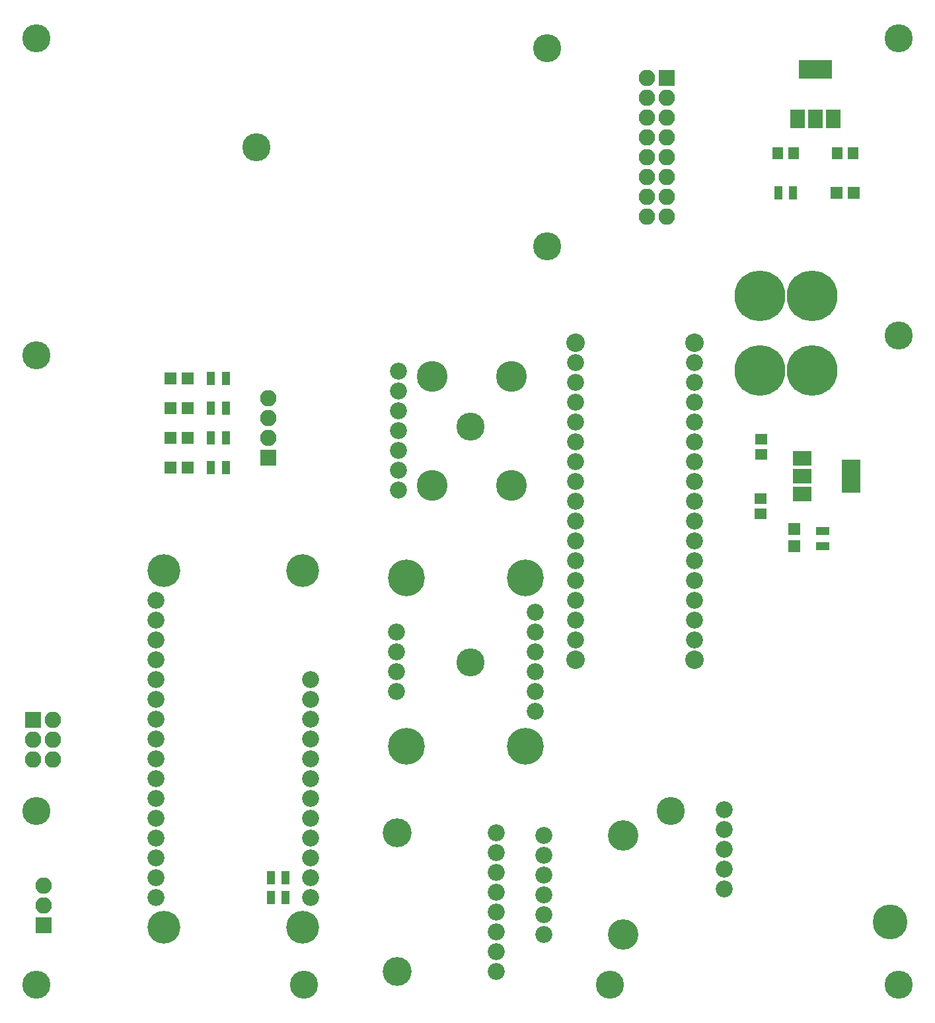
<source format=gts>
G04 #@! TF.FileFunction,Soldermask,Top*
%FSLAX46Y46*%
G04 Gerber Fmt 4.6, Leading zero omitted, Abs format (unit mm)*
G04 Created by KiCad (PCBNEW 4.0.7) date 04/19/18 21:13:34*
%MOMM*%
%LPD*%
G01*
G04 APERTURE LIST*
%ADD10C,0.100000*%
%ADD11C,2.178000*%
%ADD12C,4.210000*%
%ADD13C,2.381200*%
%ADD14C,3.600000*%
%ADD15R,2.400000X4.200000*%
%ADD16R,2.400000X1.900000*%
%ADD17R,2.100000X2.100000*%
%ADD18O,2.100000X2.100000*%
%ADD19R,4.200000X2.400000*%
%ADD20R,1.900000X2.400000*%
%ADD21R,1.100000X1.700000*%
%ADD22R,1.700000X1.100000*%
%ADD23R,1.600000X1.600000*%
%ADD24R,1.400000X1.650000*%
%ADD25R,1.650000X1.400000*%
%ADD26C,6.500000*%
%ADD27C,3.702000*%
%ADD28C,4.464000*%
%ADD29C,3.956000*%
%ADD30C,4.718000*%
%ADD31C,3.900000*%
G04 APERTURE END LIST*
D10*
D11*
X81381600Y-126593600D03*
X81381600Y-129133600D03*
X81381600Y-131673600D03*
X81381600Y-134213600D03*
X81381600Y-136753600D03*
X81381600Y-139293600D03*
X81381600Y-141833600D03*
X81381600Y-144373600D03*
X81381600Y-146913600D03*
X81381600Y-149453600D03*
X81381600Y-151993600D03*
X81381600Y-154533600D03*
X81381600Y-157073600D03*
X81381600Y-159613600D03*
X81381600Y-162153600D03*
D12*
X82397600Y-122783600D03*
X100177600Y-122783600D03*
X82397600Y-168503600D03*
X100177600Y-168503600D03*
D11*
X81381600Y-164693600D03*
X101193600Y-164693600D03*
X101193600Y-162153600D03*
X101193600Y-159613600D03*
X101193600Y-157073600D03*
X101193600Y-154533600D03*
X101193600Y-151993600D03*
X101193600Y-149453600D03*
X101193600Y-146913600D03*
X101193600Y-144373600D03*
X101193600Y-141833600D03*
X101193600Y-139293600D03*
X101193600Y-136753600D03*
X150368000Y-131724400D03*
X150368000Y-129184400D03*
X150368000Y-126644400D03*
X150368000Y-124104400D03*
X150368000Y-121564400D03*
X150368000Y-119024400D03*
X150368000Y-116484400D03*
X150368000Y-113944400D03*
X150368000Y-111404400D03*
X150368000Y-108864400D03*
X150368000Y-106324400D03*
X150368000Y-103784400D03*
X150368000Y-101244400D03*
X150368000Y-98704400D03*
X150368000Y-96164400D03*
X135128000Y-96164400D03*
X135128000Y-98704400D03*
X135128000Y-101244400D03*
X135128000Y-103784400D03*
X135128000Y-106324400D03*
X135128000Y-108864400D03*
X135128000Y-111404400D03*
X135128000Y-113944400D03*
X135128000Y-116484400D03*
X135128000Y-119024400D03*
X135128000Y-121564400D03*
X135128000Y-124104400D03*
X135128000Y-126644400D03*
X135128000Y-129184400D03*
X135128000Y-131724400D03*
D13*
X150368000Y-134264400D03*
X135128000Y-134264400D03*
X150368000Y-93624400D03*
X135128000Y-93624400D03*
D14*
X176530000Y-92710000D03*
D15*
X170434400Y-110718600D03*
D16*
X164134400Y-110718600D03*
X164134400Y-113018600D03*
X164134400Y-108418600D03*
D17*
X146812000Y-59690000D03*
D18*
X144272000Y-59690000D03*
X146812000Y-62230000D03*
X144272000Y-62230000D03*
X146812000Y-64770000D03*
X144272000Y-64770000D03*
X146812000Y-67310000D03*
X144272000Y-67310000D03*
X146812000Y-69850000D03*
X144272000Y-69850000D03*
X146812000Y-72390000D03*
X144272000Y-72390000D03*
X146812000Y-74930000D03*
X144272000Y-74930000D03*
X146812000Y-77470000D03*
X144272000Y-77470000D03*
D19*
X165862000Y-58572000D03*
D20*
X165862000Y-64872000D03*
X168162000Y-64872000D03*
X163562000Y-64872000D03*
D21*
X90332600Y-98221800D03*
X88432600Y-98221800D03*
X90332600Y-102031800D03*
X88432600Y-102031800D03*
X90332600Y-105841800D03*
X88432600Y-105841800D03*
X90332600Y-109651800D03*
X88432600Y-109651800D03*
X163002000Y-74422000D03*
X161102000Y-74422000D03*
D22*
X166789100Y-119669600D03*
X166789100Y-117769600D03*
D17*
X95732600Y-108381800D03*
D18*
X95732600Y-105841800D03*
X95732600Y-103301800D03*
X95732600Y-100761800D03*
D23*
X85402600Y-98221800D03*
X83202600Y-98221800D03*
X85402600Y-102031800D03*
X83202600Y-102031800D03*
X85402600Y-105841800D03*
X83202600Y-105841800D03*
X85402600Y-109651800D03*
X83202600Y-109651800D03*
X170772000Y-74422000D03*
X168572000Y-74422000D03*
X163156900Y-117479900D03*
X163156900Y-119679900D03*
D24*
X170672000Y-69342000D03*
X168672000Y-69342000D03*
D25*
X158864300Y-113554000D03*
X158864300Y-115554000D03*
D24*
X161052000Y-69342000D03*
X163052000Y-69342000D03*
D25*
X158915100Y-107959400D03*
X158915100Y-105959400D03*
D14*
X66040000Y-175895000D03*
X176530000Y-175895000D03*
X66040000Y-54610000D03*
X66040000Y-95250000D03*
X66040000Y-153670000D03*
X147320000Y-153670000D03*
X121666000Y-104394000D03*
X176530000Y-54610000D03*
X100330000Y-175895000D03*
X139573000Y-175895000D03*
D26*
X158750000Y-97155000D03*
X165450000Y-97155000D03*
X158750000Y-87630000D03*
X165450000Y-87630000D03*
D14*
X121666000Y-134620000D03*
X131508500Y-81216500D03*
X131508500Y-55816500D03*
X94234000Y-68580000D03*
D17*
X65582800Y-141986000D03*
D18*
X68122800Y-141986000D03*
X65582800Y-144526000D03*
X68122800Y-144526000D03*
X65582800Y-147066000D03*
X68122800Y-147066000D03*
D17*
X67005200Y-168300400D03*
D18*
X67005200Y-165760400D03*
X67005200Y-163220400D03*
D21*
X96078000Y-164693600D03*
X97978000Y-164693600D03*
X96078000Y-162153600D03*
X97978000Y-162153600D03*
D11*
X124968000Y-174180500D03*
X124968000Y-171640500D03*
X124968000Y-169100500D03*
X124968000Y-166560500D03*
X124968000Y-164020500D03*
X124968000Y-161480500D03*
X124968000Y-158940500D03*
X124968000Y-156400500D03*
D27*
X112268000Y-156400500D03*
X112268000Y-174180500D03*
D11*
X154178000Y-153466800D03*
X154178000Y-156006800D03*
X154178000Y-158546800D03*
X154178000Y-161086800D03*
X154178000Y-163626800D03*
D28*
X175463200Y-167843200D03*
D11*
X112471200Y-97256600D03*
X112471200Y-99796600D03*
X112471200Y-102336600D03*
X112471200Y-104876600D03*
X112471200Y-107416600D03*
X112471200Y-109956600D03*
X112471200Y-112496600D03*
D29*
X126949200Y-97891600D03*
X126949200Y-111861600D03*
X116789200Y-97891600D03*
X116789200Y-111861600D03*
D11*
X129946400Y-140893800D03*
X129946400Y-138353800D03*
X129946400Y-135813800D03*
X129946400Y-133273800D03*
X129946400Y-130733800D03*
X129946400Y-128193800D03*
X112166400Y-138353800D03*
X112166400Y-135813800D03*
X112166400Y-133273800D03*
X112166400Y-130733800D03*
D30*
X128676400Y-145338800D03*
X128676400Y-123748800D03*
X113436400Y-123748800D03*
X113436400Y-145338800D03*
D11*
X131064000Y-156768800D03*
X131064000Y-159308800D03*
X131064000Y-161848800D03*
X131064000Y-164388800D03*
X131064000Y-166928800D03*
X131064000Y-169468800D03*
D31*
X141214000Y-156768800D03*
X141224000Y-169468800D03*
M02*

</source>
